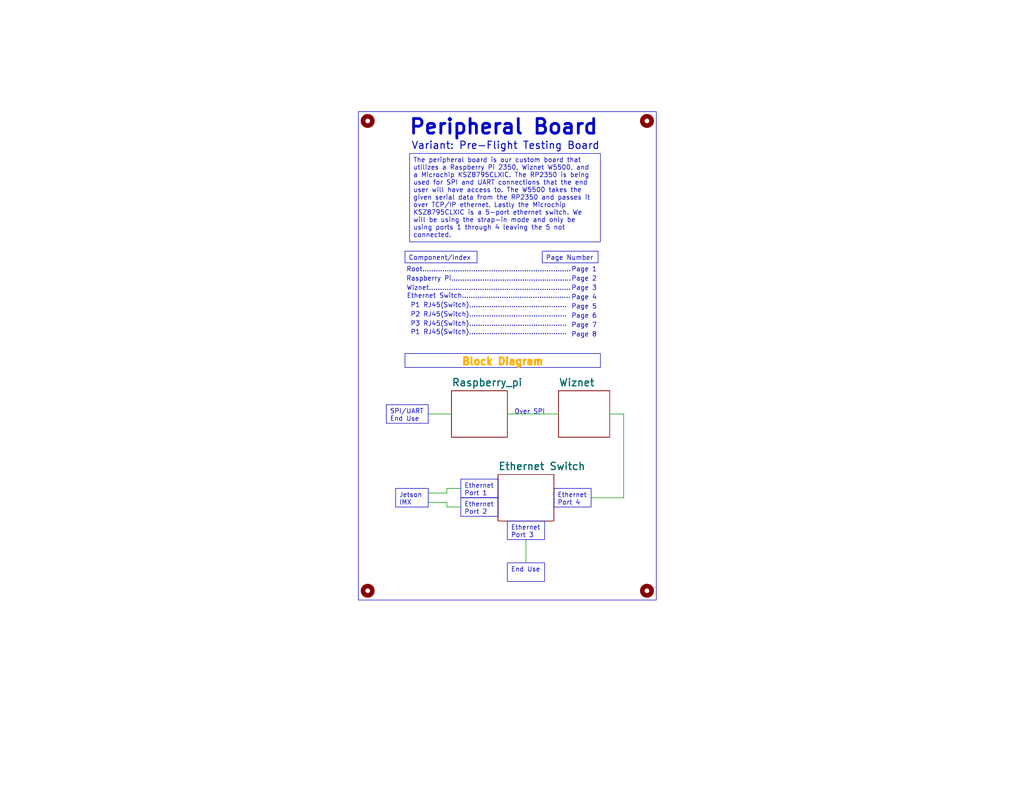
<source format=kicad_sch>
(kicad_sch (version 20250114) (generator "eeschema") (generator_version "9.0")
  (paper "USLetter")
  (title_block (title "Peripheral Board with Ethernet Switch") (date "2025-04-01") (rev "1") (company "Bronco Space") (comment 1 "SCALES") (comment 2 "By John Pollak"))
  (lib_symbols
    (symbol "Mechanical:MountingHole" (pin_names (offset 1.016)) (in_bom no)
      (property "Reference" "H" (at 0 5.08 0))
      (property "Value" "MountingHole" (at 0 3.175 0))
      (symbol "MountingHole_0_1"
        (circle (center 0 0) (radius 1.27) (stroke (width 1.27)))
      )
    )
  )
  (rectangle (start 97.79 30.48) (end 179.07 163.83))
  (text "Page 2" (at 159.385 76.2 0) (effects (font (size 1.27 1.27))))
  (text "Page 1" (at 159.385 73.66 0) (effects (font (size 1.27 1.27))))
  (text "Wiznet................................................................\n" (at 133.35 78.74 0) (effects (font (size 1.27 1.27))))
  (text "Page 4" (at 159.385 81.28 0) (effects (font (size 1.27 1.27))))
  (text "Page 8\n" (at 159.385 91.44 0) (effects (font (size 1.27 1.27))))
  (text "Page 5" (at 159.385 83.82 0) (effects (font (size 1.27 1.27))))
  (text "Page 6" (at 159.385 86.36 0) (effects (font (size 1.27 1.27))))
  (text "P3 RJ45(Switch)............................................\n" (at 133.35 88.519 0) (effects (font (size 1.27 1.27))))
  (text "Peripheral Board" (at 137.414 34.798 0) (effects (font (size 4 4) (thickness 0.75))))
  (text "P1 RJ45(Switch)............................................\n" (at 133.35 83.439 0) (effects (font (size 1.27 1.27))))
  (text "Ethernet Switch.................................................\n" (at 133.35 80.899 0) (effects (font (size 1.27 1.27))))
  (text "Page 3" (at 159.385 78.74 0) (effects (font (size 1.27 1.27))))
  (text "P2 RJ45(Switch)............................................\n" (at 133.35 85.979 0) (effects (font (size 1.27 1.27))))
  (text "Root...................................................................\n" (at 133.35 73.66 0) (effects (font (size 1.27 1.27))))
  (text "P1 RJ45(Switch)............................................\n" (at 133.35 90.805 0) (effects (font (size 1.27 1.27))))
  (text "Raspberry Pi......................................................\n" (at 133.35 76.2 0) (effects (font (size 1.27 1.27))))
  (text "Page 7" (at 159.385 88.9 0) (effects (font (size 1.27 1.27))))
  (text "Over SPI" (at 144.526 112.522 0) (effects (font (size 1.27 1.27))))
  (text "Variant: Pre-Flight Testing Board" (at 137.922 39.878 0) (effects (font (size 2 2) (thickness 0.254))))
  (text_box "Ethernet Port 2" (at 125.73 135.89 0) (size 10.16 5.08) (margins 0.9525 0.9525 0.9525 0.9525) (effects (font (size 1.27 1.27)) (justify left top)))
  (text_box "Component/Index" (at 110.49 68.58 0) (size 19.685 3.175) (margins 0.9525 0.9525 0.9525 0.9525) (effects (font (size 1.27 1.27)) (justify left top)))
  (text_box "Page Number" (at 147.955 68.58 0) (size 15.24 3.175) (margins 0.9525 0.9525 0.9525 0.9525) (effects (font (size 1.27 1.27)) (justify left top)))
  (text_box "Block Diagram" (at 110.49 96.52 0) (size 53.34 3.81) (margins 0.9525 0.9525 0.9525 0.9525) (effects (font (size 2 2) (thickness 0.8) (bold yes)) (justify top)))
  (text_box "Jetson\nIMX" (at 107.95 133.35 0) (size 8.89 5.08) (margins 0.9525 0.9525 0.9525 0.9525) (effects (font (size 1.27 1.27)) (justify left top)))
  (text_box "Ethernet Port 1" (at 125.73 130.81 0) (size 10.16 5.08) (margins 0.9525 0.9525 0.9525 0.9525) (effects (font (size 1.27 1.27)) (justify left top)))
  (text_box "SPI/UART\nEnd Use" (at 105.41 110.49 0) (size 11.43 5.08) (margins 0.9525 0.9525 0.9525 0.9525) (effects (font (size 1.27 1.27)) (justify left top)))
  (text_box "The peripheral board is our custom board that utilizes a Raspberry Pi 2350, Wiznet W5500, and a Microchip KSZ8795CLXIC. The RP2350 is being used for SPI and UART connections that the end user will have access to. The W5500 takes the given serial data from the RP2350 and passes it over TCP/IP ethernet. Lastly the Microchip KSZ8795CLXIC is a 5-port ethernet switch. We will be using the strap-in mode and only be using ports 1 through 4 leaving the 5 not connected." (at 111.76 41.91 0) (size 52.07 24.13) (margins 0.9525 0.9525 0.9525 0.9525) (effects (font (size 1.27 1.27)) (justify left top)))
  (text_box "Ethernet Port 3" (at 138.43 142.24 0) (size 10.16 5.08) (margins 0.9525 0.9525 0.9525 0.9525) (effects (font (size 1.27 1.27)) (justify left top)))
  (text_box "End Use" (at 138.43 153.67 0) (size 10.16 5.08) (margins 0.9525 0.9525 0.9525 0.9525) (effects (font (size 1.27 1.27)) (justify left top)))
  (text_box "Ethernet Port 4" (at 151.13 133.35 0) (size 10.16 5.08) (margins 0.9525 0.9525 0.9525 0.9525) (effects (font (size 1.27 1.27)) (justify left top)))
  (wire (pts (xy 125.73 133.35) (xy 121.92 133.35)))
  (wire (pts (xy 138.43 113.03) (xy 152.4 113.03)))
  (wire (pts (xy 170.18 113.03) (xy 170.18 135.89)))
  (wire (pts (xy 143.51 147.32) (xy 143.51 153.67)))
  (wire (pts (xy 166.37 113.03) (xy 170.18 113.03)))
  (wire (pts (xy 125.73 138.43) (xy 121.92 138.43)))
  (wire (pts (xy 121.92 138.43) (xy 121.92 137.16)))
  (wire (pts (xy 161.29 135.89) (xy 170.18 135.89)))
  (wire (pts (xy 116.84 137.16) (xy 121.92 137.16)))
  (wire (pts (xy 116.84 134.62) (xy 121.92 134.62)))
  (wire (pts (xy 116.84 113.03) (xy 123.19 113.03)))
  (wire (pts (xy 121.92 133.35) (xy 121.92 134.62)))
  (symbol (lib_id "Mechanical:MountingHole") (at 176.53 33.02 0) (unit 1) (in_bom no)
    (property "Reference" "H3" (effects (hide yes)))
    (property "Value" "MountingHole" (effects (hide yes)))
    (property "Footprint" "MountingHole:MountingHole_2.5mm_Pad" (effects (hide yes)))
    (property "Description" "Mounting Hole without connection" (effects (hide yes)))
  )
  (symbol (lib_id "Mechanical:MountingHole") (at 100.33 33.02 0) (unit 1) (in_bom no)
    (property "Reference" "H1" (effects (hide yes)))
    (property "Value" "MountingHole" (effects (hide yes)))
    (property "Footprint" "MountingHole:MountingHole_2.5mm_Pad" (effects (hide yes)))
    (property "Description" "Mounting Hole without connection" (effects (hide yes)))
  )
  (symbol (lib_id "Mechanical:MountingHole") (at 100.33 161.29 0) (unit 1) (in_bom no)
    (property "Reference" "H2" (effects (hide yes)))
    (property "Value" "MountingHole" (effects (hide yes)))
    (property "Footprint" "MountingHole:MountingHole_2.5mm_Pad" (effects (hide yes)))
    (property "Description" "Mounting Hole without connection" (effects (hide yes)))
  )
  (symbol (lib_id "Mechanical:MountingHole") (at 176.53 161.29 0) (unit 1) (in_bom no)
    (property "Reference" "H4" (effects (hide yes)))
    (property "Value" "MountingHole" (effects (hide yes)))
    (property "Footprint" "MountingHole:MountingHole_2.5mm_Pad" (effects (hide yes)))
    (property "Description" "Mounting Hole without connection" (effects (hide yes)))
  )
  (sheet (at 123.19 106.68) (size 15.24 12.7) (stroke (width 0.1524))
    (property "Sheetname" "Raspberry_pi" (at 123.19 105.6034 0) (effects (font (size 2 2) (thickness 0.3175)) (justify left bottom)))
    (property "Sheetfile" "rp.kicad_sch" (effects (hide yes)))
  )
  (sheet (at 135.89 129.54) (size 15.24 12.7) (stroke (width 0.1524))
    (property "Sheetname" "Ethernet Switch" (at 135.89 128.4634 0) (effects (font (size 2 2) (thickness 0.3175)) (justify left bottom)))
    (property "Sheetfile" "newethernet.kicad_sch" (effects (hide yes)))
  )
  (sheet (at 152.4 106.68) (size 13.97 12.7) (stroke (width 0.1524))
    (property "Sheetname" "Wiznet" (at 152.4 105.6034 0) (effects (font (size 2 2) (thickness 0.3175)) (justify left bottom)))
    (property "Sheetfile" "Wiznet.kicad_sch" (effects (hide yes)))
  )
)
</source>
